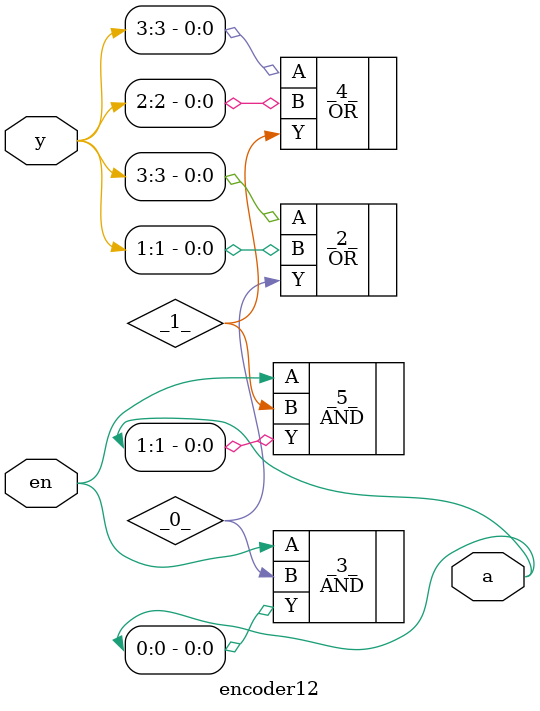
<source format=v>
/* Generated by Yosys 0.41+83 (git sha1 7045cf509, x86_64-w64-mingw32-g++ 13.2.1 -Os) */

/* cells_not_processed =  1  */
/* src = "encoder12.v:1.1-9.10" */
module encoder12(y, a, en);
  wire _0_;
  wire _1_;
  /* src = "encoder12.v:4.18-4.19" */
  output [1:0] a;
  wire [1:0] a;
  /* src = "encoder12.v:3.11-3.13" */
  input en;
  wire en;
  /* src = "encoder12.v:2.17-2.18" */
  input [3:0] y;
  wire [3:0] y;
  OR _2_ (
    .A(y[3]),
    .B(y[1]),
    .Y(_0_)
  );
  AND _3_ (
    .A(en),
    .B(_0_),
    .Y(a[0])
  );
  OR _4_ (
    .A(y[3]),
    .B(y[2]),
    .Y(_1_)
  );
  AND _5_ (
    .A(en),
    .B(_1_),
    .Y(a[1])
  );
endmodule

</source>
